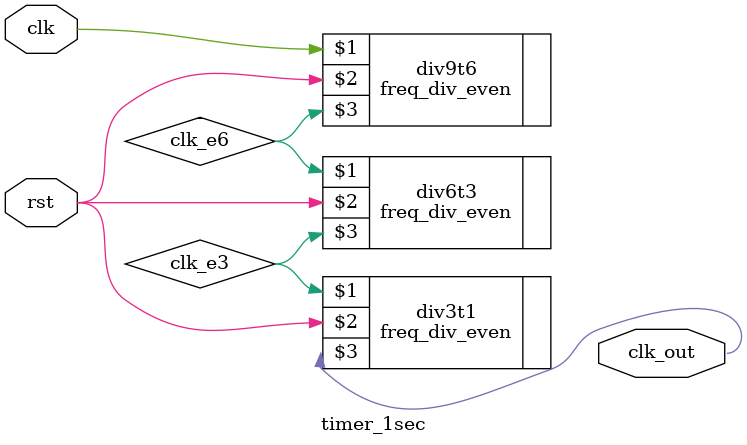
<source format=v>
`timescale 1ps/1ns

module timer_1sec(
    input clk,
    input rst,
    output reg clk_out
);
    reg clk_e6, clk_e3;

    freq_div_even#(.N(100), .WIDTH(7)) div9t6(clk, rst, clk_e6);
    freq_div_even#(.N(100), .WIDTH(7)) div6t3(clk_e6, rst, clk_e3);
    freq_div_even#(.N(100), .WIDTH(7)) div3t1(clk_e3, rst, clk_out);
endmodule

</source>
